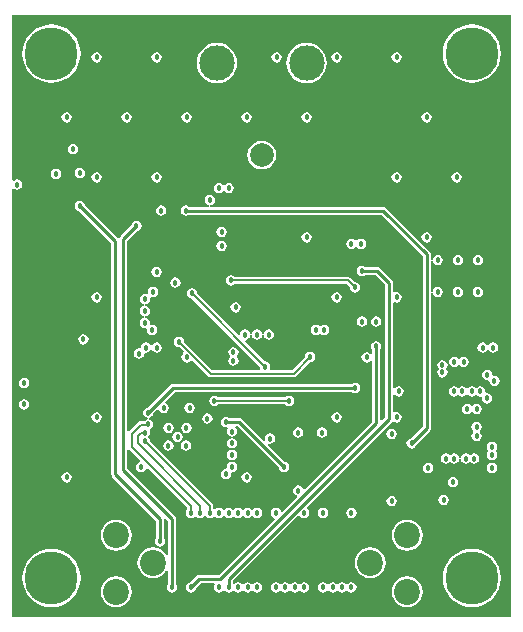
<source format=gbl>
G04*
G04 #@! TF.GenerationSoftware,Altium Limited,Altium Designer,19.1.8 (144)*
G04*
G04 Layer_Physical_Order=4*
G04 Layer_Color=16711680*
%FSLAX25Y25*%
%MOIN*%
G70*
G01*
G75*
%ADD13C,0.00787*%
%ADD14C,0.01000*%
%ADD46C,0.07874*%
%ADD47C,0.11811*%
%ADD48C,0.17717*%
%ADD49C,0.08661*%
%ADD51C,0.01800*%
%ADD52C,0.00800*%
G36*
X168110Y1969D02*
X1969D01*
Y144528D01*
X2468Y144737D01*
X2880Y144462D01*
X3543Y144330D01*
X4207Y144462D01*
X4769Y144837D01*
X5145Y145400D01*
X5277Y146063D01*
X5145Y146726D01*
X4769Y147289D01*
X4207Y147664D01*
X3543Y147796D01*
X2880Y147664D01*
X2468Y147389D01*
X1969Y147598D01*
Y202756D01*
X168110D01*
Y1969D01*
D02*
G37*
%LPC*%
G36*
X130000Y190237D02*
X129337Y190105D01*
X128774Y189730D01*
X128399Y189167D01*
X128267Y188504D01*
X128399Y187841D01*
X128774Y187278D01*
X129337Y186903D01*
X130000Y186771D01*
X130663Y186903D01*
X131226Y187278D01*
X131601Y187841D01*
X131733Y188504D01*
X131601Y189167D01*
X131226Y189730D01*
X130663Y190105D01*
X130000Y190237D01*
D02*
G37*
G36*
X110000D02*
X109337Y190105D01*
X108774Y189730D01*
X108399Y189167D01*
X108267Y188504D01*
X108399Y187841D01*
X108774Y187278D01*
X109337Y186903D01*
X110000Y186771D01*
X110663Y186903D01*
X111226Y187278D01*
X111601Y187841D01*
X111733Y188504D01*
X111601Y189167D01*
X111226Y189730D01*
X110663Y190105D01*
X110000Y190237D01*
D02*
G37*
G36*
X90000D02*
X89337Y190105D01*
X88774Y189730D01*
X88399Y189167D01*
X88267Y188504D01*
X88399Y187841D01*
X88774Y187278D01*
X89337Y186903D01*
X90000Y186771D01*
X90663Y186903D01*
X91226Y187278D01*
X91601Y187841D01*
X91733Y188504D01*
X91601Y189167D01*
X91226Y189730D01*
X90663Y190105D01*
X90000Y190237D01*
D02*
G37*
G36*
X50000D02*
X49337Y190105D01*
X48774Y189730D01*
X48399Y189167D01*
X48267Y188504D01*
X48399Y187841D01*
X48774Y187278D01*
X49337Y186903D01*
X50000Y186771D01*
X50663Y186903D01*
X51226Y187278D01*
X51601Y187841D01*
X51733Y188504D01*
X51601Y189167D01*
X51226Y189730D01*
X50663Y190105D01*
X50000Y190237D01*
D02*
G37*
G36*
X30000D02*
X29337Y190105D01*
X28774Y189730D01*
X28399Y189167D01*
X28267Y188504D01*
X28399Y187841D01*
X28774Y187278D01*
X29337Y186903D01*
X30000Y186771D01*
X30663Y186903D01*
X31226Y187278D01*
X31601Y187841D01*
X31733Y188504D01*
X31601Y189167D01*
X31226Y189730D01*
X30663Y190105D01*
X30000Y190237D01*
D02*
G37*
G36*
X155118Y199469D02*
X153225Y199282D01*
X151404Y198730D01*
X149726Y197833D01*
X148256Y196626D01*
X147049Y195156D01*
X146152Y193478D01*
X145600Y191657D01*
X145413Y189764D01*
X145600Y187870D01*
X146152Y186050D01*
X147049Y184372D01*
X148256Y182901D01*
X149726Y181694D01*
X151404Y180798D01*
X153225Y180245D01*
X155118Y180059D01*
X157011Y180245D01*
X158832Y180798D01*
X160510Y181694D01*
X161981Y182901D01*
X163188Y184372D01*
X164084Y186050D01*
X164637Y187870D01*
X164823Y189764D01*
X164637Y191657D01*
X164084Y193478D01*
X163188Y195156D01*
X161981Y196626D01*
X160510Y197833D01*
X158832Y198730D01*
X157011Y199282D01*
X155118Y199469D01*
D02*
G37*
G36*
X14961D02*
X13067Y199282D01*
X11247Y198730D01*
X9569Y197833D01*
X8098Y196626D01*
X6891Y195156D01*
X5994Y193478D01*
X5442Y191657D01*
X5256Y189764D01*
X5442Y187870D01*
X5994Y186050D01*
X6891Y184372D01*
X8098Y182901D01*
X9569Y181694D01*
X11247Y180798D01*
X13067Y180245D01*
X14961Y180059D01*
X16854Y180245D01*
X18675Y180798D01*
X20352Y181694D01*
X21823Y182901D01*
X23030Y184372D01*
X23927Y186050D01*
X24479Y187870D01*
X24666Y189764D01*
X24479Y191657D01*
X23927Y193478D01*
X23030Y195156D01*
X21823Y196626D01*
X20352Y197833D01*
X18675Y198730D01*
X16854Y199282D01*
X14961Y199469D01*
D02*
G37*
G36*
X100000Y193352D02*
X98685Y193223D01*
X97421Y192839D01*
X96257Y192217D01*
X95236Y191379D01*
X94398Y190358D01*
X93775Y189193D01*
X93392Y187929D01*
X93262Y186614D01*
X93392Y185300D01*
X93775Y184036D01*
X94398Y182871D01*
X95236Y181850D01*
X96257Y181012D01*
X97421Y180389D01*
X98685Y180006D01*
X100000Y179876D01*
X101314Y180006D01*
X102578Y180389D01*
X103743Y181012D01*
X104764Y181850D01*
X105602Y182871D01*
X106225Y184036D01*
X106608Y185300D01*
X106738Y186614D01*
X106608Y187929D01*
X106225Y189193D01*
X105602Y190358D01*
X104764Y191379D01*
X103743Y192217D01*
X102578Y192839D01*
X101314Y193223D01*
X100000Y193352D01*
D02*
G37*
G36*
X70079D02*
X68764Y193223D01*
X67500Y192839D01*
X66335Y192217D01*
X65314Y191379D01*
X64476Y190358D01*
X63854Y189193D01*
X63470Y187929D01*
X63341Y186614D01*
X63470Y185300D01*
X63854Y184036D01*
X64476Y182871D01*
X65314Y181850D01*
X66335Y181012D01*
X67500Y180389D01*
X68764Y180006D01*
X70079Y179876D01*
X71393Y180006D01*
X72657Y180389D01*
X73822Y181012D01*
X74843Y181850D01*
X75681Y182871D01*
X76304Y184036D01*
X76687Y185300D01*
X76817Y186614D01*
X76687Y187929D01*
X76304Y189193D01*
X75681Y190358D01*
X74843Y191379D01*
X73822Y192217D01*
X72657Y192839D01*
X71393Y193223D01*
X70079Y193352D01*
D02*
G37*
G36*
X140000Y170237D02*
X139337Y170105D01*
X138774Y169730D01*
X138399Y169167D01*
X138267Y168504D01*
X138399Y167841D01*
X138774Y167278D01*
X139337Y166903D01*
X140000Y166771D01*
X140663Y166903D01*
X141226Y167278D01*
X141601Y167841D01*
X141733Y168504D01*
X141601Y169167D01*
X141226Y169730D01*
X140663Y170105D01*
X140000Y170237D01*
D02*
G37*
G36*
X100000D02*
X99337Y170105D01*
X98774Y169730D01*
X98399Y169167D01*
X98267Y168504D01*
X98399Y167841D01*
X98774Y167278D01*
X99337Y166903D01*
X100000Y166771D01*
X100663Y166903D01*
X101226Y167278D01*
X101601Y167841D01*
X101733Y168504D01*
X101601Y169167D01*
X101226Y169730D01*
X100663Y170105D01*
X100000Y170237D01*
D02*
G37*
G36*
X80000D02*
X79337Y170105D01*
X78774Y169730D01*
X78399Y169167D01*
X78267Y168504D01*
X78399Y167841D01*
X78774Y167278D01*
X79337Y166903D01*
X80000Y166771D01*
X80663Y166903D01*
X81226Y167278D01*
X81601Y167841D01*
X81733Y168504D01*
X81601Y169167D01*
X81226Y169730D01*
X80663Y170105D01*
X80000Y170237D01*
D02*
G37*
G36*
X60000D02*
X59337Y170105D01*
X58774Y169730D01*
X58399Y169167D01*
X58267Y168504D01*
X58399Y167841D01*
X58774Y167278D01*
X59337Y166903D01*
X60000Y166771D01*
X60663Y166903D01*
X61226Y167278D01*
X61601Y167841D01*
X61733Y168504D01*
X61601Y169167D01*
X61226Y169730D01*
X60663Y170105D01*
X60000Y170237D01*
D02*
G37*
G36*
X40000D02*
X39337Y170105D01*
X38774Y169730D01*
X38399Y169167D01*
X38267Y168504D01*
X38399Y167841D01*
X38774Y167278D01*
X39337Y166903D01*
X40000Y166771D01*
X40663Y166903D01*
X41226Y167278D01*
X41601Y167841D01*
X41733Y168504D01*
X41601Y169167D01*
X41226Y169730D01*
X40663Y170105D01*
X40000Y170237D01*
D02*
G37*
G36*
X20000D02*
X19337Y170105D01*
X18774Y169730D01*
X18399Y169167D01*
X18267Y168504D01*
X18399Y167841D01*
X18774Y167278D01*
X19337Y166903D01*
X20000Y166771D01*
X20663Y166903D01*
X21226Y167278D01*
X21601Y167841D01*
X21733Y168504D01*
X21601Y169167D01*
X21226Y169730D01*
X20663Y170105D01*
X20000Y170237D01*
D02*
G37*
G36*
X22047Y159607D02*
X21384Y159475D01*
X20822Y159100D01*
X20446Y158537D01*
X20314Y157874D01*
X20446Y157211D01*
X20822Y156648D01*
X21384Y156273D01*
X22047Y156141D01*
X22711Y156273D01*
X23273Y156648D01*
X23649Y157211D01*
X23780Y157874D01*
X23649Y158537D01*
X23273Y159100D01*
X22711Y159475D01*
X22047Y159607D01*
D02*
G37*
G36*
X85039Y160683D02*
X83803Y160521D01*
X82650Y160043D01*
X81661Y159284D01*
X80902Y158294D01*
X80424Y157142D01*
X80261Y155905D01*
X80424Y154669D01*
X80902Y153517D01*
X81661Y152527D01*
X82650Y151768D01*
X83803Y151290D01*
X85039Y151128D01*
X86276Y151290D01*
X87428Y151768D01*
X88418Y152527D01*
X89177Y153517D01*
X89654Y154669D01*
X89817Y155905D01*
X89654Y157142D01*
X89177Y158294D01*
X88418Y159284D01*
X87428Y160043D01*
X86276Y160521D01*
X85039Y160683D01*
D02*
G37*
G36*
X24409Y151733D02*
X23746Y151601D01*
X23184Y151226D01*
X22808Y150663D01*
X22676Y150000D01*
X22808Y149337D01*
X23184Y148774D01*
X23746Y148399D01*
X24409Y148267D01*
X25073Y148399D01*
X25635Y148774D01*
X26011Y149337D01*
X26143Y150000D01*
X26011Y150663D01*
X25635Y151226D01*
X25073Y151601D01*
X24409Y151733D01*
D02*
G37*
G36*
X16535Y151340D02*
X15872Y151208D01*
X15310Y150832D01*
X14934Y150270D01*
X14802Y149606D01*
X14934Y148943D01*
X15310Y148381D01*
X15872Y148005D01*
X16535Y147873D01*
X17199Y148005D01*
X17761Y148381D01*
X18137Y148943D01*
X18269Y149606D01*
X18137Y150270D01*
X17761Y150832D01*
X17199Y151208D01*
X16535Y151340D01*
D02*
G37*
G36*
X150000Y150237D02*
X149337Y150105D01*
X148774Y149730D01*
X148399Y149167D01*
X148267Y148504D01*
X148399Y147841D01*
X148774Y147278D01*
X149337Y146903D01*
X150000Y146771D01*
X150663Y146903D01*
X151226Y147278D01*
X151601Y147841D01*
X151733Y148504D01*
X151601Y149167D01*
X151226Y149730D01*
X150663Y150105D01*
X150000Y150237D01*
D02*
G37*
G36*
X130000D02*
X129337Y150105D01*
X128774Y149730D01*
X128399Y149167D01*
X128267Y148504D01*
X128399Y147841D01*
X128774Y147278D01*
X129337Y146903D01*
X130000Y146771D01*
X130663Y146903D01*
X131226Y147278D01*
X131601Y147841D01*
X131733Y148504D01*
X131601Y149167D01*
X131226Y149730D01*
X130663Y150105D01*
X130000Y150237D01*
D02*
G37*
G36*
X50000D02*
X49337Y150105D01*
X48774Y149730D01*
X48399Y149167D01*
X48267Y148504D01*
X48399Y147841D01*
X48774Y147278D01*
X49337Y146903D01*
X50000Y146771D01*
X50663Y146903D01*
X51226Y147278D01*
X51601Y147841D01*
X51733Y148504D01*
X51601Y149167D01*
X51226Y149730D01*
X50663Y150105D01*
X50000Y150237D01*
D02*
G37*
G36*
X30000D02*
X29337Y150105D01*
X28774Y149730D01*
X28399Y149167D01*
X28267Y148504D01*
X28399Y147841D01*
X28774Y147278D01*
X29337Y146903D01*
X30000Y146771D01*
X30663Y146903D01*
X31226Y147278D01*
X31601Y147841D01*
X31733Y148504D01*
X31601Y149167D01*
X31226Y149730D01*
X30663Y150105D01*
X30000Y150237D01*
D02*
G37*
G36*
X74016Y146615D02*
X73352Y146483D01*
X72790Y146107D01*
X72691Y145959D01*
X72191D01*
X72092Y146107D01*
X71529Y146483D01*
X70866Y146615D01*
X70203Y146483D01*
X69640Y146107D01*
X69265Y145545D01*
X69133Y144882D01*
X69265Y144219D01*
X69640Y143656D01*
X70203Y143280D01*
X70866Y143149D01*
X71529Y143280D01*
X72092Y143656D01*
X72191Y143805D01*
X72691D01*
X72790Y143656D01*
X73352Y143280D01*
X74016Y143149D01*
X74679Y143280D01*
X75241Y143656D01*
X75617Y144219D01*
X75749Y144882D01*
X75617Y145545D01*
X75241Y146107D01*
X74679Y146483D01*
X74016Y146615D01*
D02*
G37*
G36*
X67716Y142678D02*
X67053Y142546D01*
X66491Y142171D01*
X66115Y141608D01*
X65983Y140945D01*
X66115Y140282D01*
X66491Y139719D01*
X67053Y139344D01*
X67639Y139227D01*
X67589Y138727D01*
X60919D01*
X60506Y139003D01*
X59842Y139135D01*
X59179Y139003D01*
X58617Y138627D01*
X58241Y138065D01*
X58109Y137402D01*
X58241Y136738D01*
X58617Y136176D01*
X59179Y135800D01*
X59842Y135668D01*
X60506Y135800D01*
X60919Y136076D01*
X125041D01*
X138832Y122286D01*
Y65510D01*
X134863Y61541D01*
X134376Y61444D01*
X133814Y61068D01*
X133438Y60506D01*
X133306Y59842D01*
X133438Y59179D01*
X133814Y58617D01*
X134376Y58241D01*
X135039Y58109D01*
X135703Y58241D01*
X136265Y58617D01*
X136641Y59179D01*
X136738Y59666D01*
X141095Y64023D01*
X141382Y64453D01*
X141483Y64961D01*
Y110109D01*
X141983Y110159D01*
X142099Y109573D01*
X142475Y109011D01*
X143037Y108635D01*
X143701Y108503D01*
X144364Y108635D01*
X144926Y109011D01*
X145302Y109573D01*
X145434Y110236D01*
X145302Y110899D01*
X144926Y111462D01*
X144364Y111838D01*
X143701Y111969D01*
X143037Y111838D01*
X142475Y111462D01*
X142099Y110899D01*
X141983Y110314D01*
X141483Y110363D01*
Y120739D01*
X141983Y120788D01*
X142099Y120203D01*
X142475Y119641D01*
X143037Y119265D01*
X143701Y119133D01*
X144364Y119265D01*
X144926Y119641D01*
X145302Y120203D01*
X145434Y120866D01*
X145302Y121529D01*
X144926Y122092D01*
X144364Y122468D01*
X143701Y122599D01*
X143037Y122468D01*
X142475Y122092D01*
X142099Y121529D01*
X141983Y120944D01*
X141483Y120993D01*
Y122835D01*
X141382Y123342D01*
X141095Y123772D01*
X126528Y138339D01*
X126098Y138626D01*
X125591Y138727D01*
X67844D01*
X67794Y139227D01*
X68380Y139344D01*
X68942Y139719D01*
X69318Y140282D01*
X69450Y140945D01*
X69318Y141608D01*
X68942Y142171D01*
X68380Y142546D01*
X67716Y142678D01*
D02*
G37*
G36*
X51575Y139135D02*
X50911Y139003D01*
X50349Y138627D01*
X49973Y138065D01*
X49841Y137402D01*
X49973Y136738D01*
X50349Y136176D01*
X50911Y135800D01*
X51575Y135668D01*
X52238Y135800D01*
X52800Y136176D01*
X53176Y136738D01*
X53308Y137402D01*
X53176Y138065D01*
X52800Y138627D01*
X52238Y139003D01*
X51575Y139135D01*
D02*
G37*
G36*
X71653Y132048D02*
X70990Y131916D01*
X70428Y131541D01*
X70052Y130978D01*
X69920Y130315D01*
X70052Y129652D01*
X70428Y129089D01*
X70990Y128714D01*
X71653Y128582D01*
X72317Y128714D01*
X72879Y129089D01*
X73255Y129652D01*
X73387Y130315D01*
X73255Y130978D01*
X72879Y131541D01*
X72317Y131916D01*
X71653Y132048D01*
D02*
G37*
G36*
X118110Y128111D02*
X117447Y127979D01*
X116885Y127604D01*
X116785Y127455D01*
X116285D01*
X116186Y127604D01*
X115624Y127979D01*
X114961Y128111D01*
X114297Y127979D01*
X113735Y127604D01*
X113359Y127041D01*
X113227Y126378D01*
X113359Y125715D01*
X113735Y125152D01*
X114297Y124777D01*
X114961Y124645D01*
X115624Y124777D01*
X116186Y125152D01*
X116285Y125301D01*
X116785D01*
X116885Y125152D01*
X117447Y124777D01*
X118110Y124645D01*
X118774Y124777D01*
X119336Y125152D01*
X119712Y125715D01*
X119843Y126378D01*
X119712Y127041D01*
X119336Y127604D01*
X118774Y127979D01*
X118110Y128111D01*
D02*
G37*
G36*
X140000Y130237D02*
X139337Y130105D01*
X138774Y129730D01*
X138399Y129167D01*
X138267Y128504D01*
X138399Y127841D01*
X138774Y127278D01*
X139337Y126903D01*
X140000Y126771D01*
X140663Y126903D01*
X141226Y127278D01*
X141601Y127841D01*
X141733Y128504D01*
X141601Y129167D01*
X141226Y129730D01*
X140663Y130105D01*
X140000Y130237D01*
D02*
G37*
G36*
X100000D02*
X99337Y130105D01*
X98774Y129730D01*
X98399Y129167D01*
X98267Y128504D01*
X98399Y127841D01*
X98774Y127278D01*
X99337Y126903D01*
X100000Y126771D01*
X100663Y126903D01*
X101226Y127278D01*
X101601Y127841D01*
X101733Y128504D01*
X101601Y129167D01*
X101226Y129730D01*
X100663Y130105D01*
X100000Y130237D01*
D02*
G37*
G36*
X71653Y127324D02*
X70990Y127192D01*
X70428Y126816D01*
X70052Y126254D01*
X69920Y125591D01*
X70052Y124927D01*
X70428Y124365D01*
X70990Y123989D01*
X71653Y123857D01*
X72317Y123989D01*
X72879Y124365D01*
X73255Y124927D01*
X73387Y125591D01*
X73255Y126254D01*
X72879Y126816D01*
X72317Y127192D01*
X71653Y127324D01*
D02*
G37*
G36*
X157087Y122599D02*
X156423Y122468D01*
X155861Y122092D01*
X155485Y121529D01*
X155353Y120866D01*
X155485Y120203D01*
X155861Y119641D01*
X156423Y119265D01*
X157087Y119133D01*
X157750Y119265D01*
X158312Y119641D01*
X158688Y120203D01*
X158820Y120866D01*
X158688Y121529D01*
X158312Y122092D01*
X157750Y122468D01*
X157087Y122599D01*
D02*
G37*
G36*
X150394D02*
X149730Y122468D01*
X149168Y122092D01*
X148792Y121529D01*
X148660Y120866D01*
X148792Y120203D01*
X149168Y119641D01*
X149730Y119265D01*
X150394Y119133D01*
X151057Y119265D01*
X151619Y119641D01*
X151995Y120203D01*
X152127Y120866D01*
X151995Y121529D01*
X151619Y122092D01*
X151057Y122468D01*
X150394Y122599D01*
D02*
G37*
G36*
X50000Y118662D02*
X49337Y118530D01*
X48774Y118155D01*
X48399Y117592D01*
X48267Y116929D01*
X48399Y116266D01*
X48774Y115703D01*
X49337Y115328D01*
X50000Y115196D01*
X50663Y115328D01*
X51226Y115703D01*
X51601Y116266D01*
X51733Y116929D01*
X51601Y117592D01*
X51226Y118155D01*
X50663Y118530D01*
X50000Y118662D01*
D02*
G37*
G36*
X56299Y115119D02*
X55636Y114987D01*
X55074Y114611D01*
X54698Y114049D01*
X54566Y113386D01*
X54698Y112723D01*
X55074Y112160D01*
X55636Y111785D01*
X56299Y111653D01*
X56963Y111785D01*
X57525Y112160D01*
X57901Y112723D01*
X58033Y113386D01*
X57901Y114049D01*
X57525Y114611D01*
X56963Y114987D01*
X56299Y115119D01*
D02*
G37*
G36*
X74803Y115907D02*
X74140Y115775D01*
X73577Y115399D01*
X73202Y114837D01*
X73070Y114173D01*
X73202Y113510D01*
X73577Y112948D01*
X74140Y112572D01*
X74803Y112440D01*
X75467Y112572D01*
X76029Y112948D01*
X76034Y112956D01*
X113275D01*
X114410Y111821D01*
X114408Y111811D01*
X114540Y111148D01*
X114916Y110585D01*
X115478Y110210D01*
X116142Y110078D01*
X116805Y110210D01*
X117367Y110585D01*
X117743Y111148D01*
X117875Y111811D01*
X117743Y112474D01*
X117367Y113037D01*
X116805Y113412D01*
X116142Y113544D01*
X116132Y113542D01*
X114640Y115034D01*
X114245Y115298D01*
X113779Y115390D01*
X76034D01*
X76029Y115399D01*
X75467Y115775D01*
X74803Y115907D01*
D02*
G37*
G36*
X48819Y111969D02*
X48156Y111838D01*
X47593Y111462D01*
X47218Y110899D01*
X47086Y110236D01*
X47177Y109775D01*
X46728Y109474D01*
X46726Y109475D01*
X46063Y109607D01*
X45400Y109475D01*
X44837Y109100D01*
X44462Y108537D01*
X44330Y107874D01*
X44462Y107211D01*
X44837Y106648D01*
X45400Y106273D01*
X45964Y106160D01*
Y105651D01*
X45400Y105538D01*
X44837Y105163D01*
X44462Y104600D01*
X44330Y103937D01*
X44462Y103274D01*
X44837Y102711D01*
X45400Y102336D01*
X45964Y102223D01*
Y101714D01*
X45400Y101601D01*
X44837Y101226D01*
X44462Y100663D01*
X44330Y100000D01*
X44462Y99337D01*
X44837Y98774D01*
X45400Y98399D01*
X46063Y98267D01*
X46317Y98317D01*
X46742Y97892D01*
X46692Y97638D01*
X46824Y96974D01*
X47200Y96412D01*
X47762Y96036D01*
X48425Y95904D01*
X49088Y96036D01*
X49651Y96412D01*
X50027Y96974D01*
X50159Y97638D01*
X50027Y98301D01*
X49651Y98863D01*
X49088Y99239D01*
X48425Y99371D01*
X48171Y99321D01*
X47746Y99746D01*
X47796Y100000D01*
X47664Y100663D01*
X47289Y101226D01*
X46726Y101601D01*
X46162Y101714D01*
Y102223D01*
X46726Y102336D01*
X47289Y102711D01*
X47664Y103274D01*
X47796Y103937D01*
X47664Y104600D01*
X47289Y105163D01*
X46726Y105538D01*
X46162Y105651D01*
Y106160D01*
X46726Y106273D01*
X47289Y106648D01*
X47664Y107211D01*
X47796Y107874D01*
X47705Y108335D01*
X48154Y108636D01*
X48156Y108635D01*
X48819Y108503D01*
X49482Y108635D01*
X50045Y109011D01*
X50420Y109573D01*
X50552Y110236D01*
X50420Y110899D01*
X50045Y111462D01*
X49482Y111838D01*
X48819Y111969D01*
D02*
G37*
G36*
X157087D02*
X156423Y111838D01*
X155861Y111462D01*
X155485Y110899D01*
X155353Y110236D01*
X155485Y109573D01*
X155861Y109011D01*
X156423Y108635D01*
X157087Y108503D01*
X157750Y108635D01*
X158312Y109011D01*
X158688Y109573D01*
X158820Y110236D01*
X158688Y110899D01*
X158312Y111462D01*
X157750Y111838D01*
X157087Y111969D01*
D02*
G37*
G36*
X150394D02*
X149730Y111838D01*
X149168Y111462D01*
X148792Y110899D01*
X148660Y110236D01*
X148792Y109573D01*
X149168Y109011D01*
X149730Y108635D01*
X150394Y108503D01*
X151057Y108635D01*
X151619Y109011D01*
X151995Y109573D01*
X152127Y110236D01*
X151995Y110899D01*
X151619Y111462D01*
X151057Y111838D01*
X150394Y111969D01*
D02*
G37*
G36*
X118504Y119056D02*
X117841Y118924D01*
X117278Y118549D01*
X116903Y117986D01*
X116771Y117323D01*
X116903Y116659D01*
X117278Y116097D01*
X117841Y115721D01*
X118504Y115589D01*
X119167Y115721D01*
X119580Y115997D01*
X123073D01*
X126234Y112837D01*
Y68659D01*
X125016Y67441D01*
X124554Y67633D01*
Y91050D01*
X124830Y91463D01*
X124962Y92126D01*
X124830Y92789D01*
X124454Y93352D01*
X123892Y93727D01*
X123228Y93859D01*
X122565Y93727D01*
X122003Y93352D01*
X121627Y92789D01*
X121495Y92126D01*
X121627Y91463D01*
X121903Y91050D01*
Y89616D01*
X121403Y89464D01*
X121226Y89730D01*
X120663Y90105D01*
X120000Y90237D01*
X119337Y90105D01*
X118774Y89730D01*
X118399Y89167D01*
X118267Y88504D01*
X118399Y87841D01*
X118774Y87278D01*
X119337Y86903D01*
X120000Y86771D01*
X120663Y86903D01*
X121226Y87278D01*
X121403Y87544D01*
X121903Y87392D01*
Y67084D01*
X99342Y44523D01*
X98863Y44668D01*
X98845Y44758D01*
X98470Y45320D01*
X97907Y45696D01*
X97244Y45828D01*
X96581Y45696D01*
X96018Y45320D01*
X95643Y44758D01*
X95511Y44094D01*
X95643Y43431D01*
X96018Y42869D01*
X96581Y42493D01*
X96670Y42475D01*
X96815Y41997D01*
X91861Y37043D01*
X91383Y37188D01*
X91365Y37277D01*
X90989Y37840D01*
X90427Y38216D01*
X89764Y38348D01*
X89100Y38216D01*
X88538Y37840D01*
X88162Y37277D01*
X88030Y36614D01*
X88162Y35951D01*
X88538Y35388D01*
X89100Y35013D01*
X89190Y34995D01*
X89335Y34517D01*
X70711Y15892D01*
X64173D01*
X63666Y15791D01*
X63236Y15504D01*
X61241Y13509D01*
X60754Y13412D01*
X60192Y13037D01*
X59816Y12474D01*
X59684Y11811D01*
X59816Y11148D01*
X60192Y10585D01*
X60754Y10210D01*
X61417Y10078D01*
X62081Y10210D01*
X62643Y10585D01*
X63019Y11148D01*
X63116Y11635D01*
X64722Y13241D01*
X69176D01*
X69443Y12742D01*
X69265Y12474D01*
X69133Y11811D01*
X69265Y11148D01*
X69640Y10585D01*
X70203Y10210D01*
X70866Y10078D01*
X71529Y10210D01*
X72092Y10585D01*
X72191Y10734D01*
X72691D01*
X72790Y10585D01*
X73352Y10210D01*
X74016Y10078D01*
X74679Y10210D01*
X75241Y10585D01*
X75340Y10734D01*
X75841D01*
X75940Y10585D01*
X76502Y10210D01*
X77165Y10078D01*
X77829Y10210D01*
X78391Y10585D01*
X78490Y10734D01*
X78990D01*
X79089Y10585D01*
X79652Y10210D01*
X80315Y10078D01*
X80978Y10210D01*
X81541Y10585D01*
X81640Y10734D01*
X82140D01*
X82239Y10585D01*
X82801Y10210D01*
X83465Y10078D01*
X84128Y10210D01*
X84690Y10585D01*
X85066Y11148D01*
X85198Y11811D01*
X85066Y12474D01*
X84690Y13037D01*
X84128Y13412D01*
X83465Y13544D01*
X82801Y13412D01*
X82239Y13037D01*
X82140Y12888D01*
X81640D01*
X81541Y13037D01*
X80978Y13412D01*
X80315Y13544D01*
X79652Y13412D01*
X79089Y13037D01*
X78990Y12888D01*
X78490D01*
X78391Y13037D01*
X77829Y13412D01*
X77165Y13544D01*
X76502Y13412D01*
X75940Y13037D01*
X75841Y12889D01*
X75341Y13041D01*
Y14018D01*
X97162Y35839D01*
X97759Y35729D01*
X97987Y35388D01*
X98549Y35013D01*
X99213Y34881D01*
X99876Y35013D01*
X100438Y35388D01*
X100814Y35951D01*
X100946Y36614D01*
X100814Y37277D01*
X100438Y37840D01*
X100098Y38067D01*
X99988Y38664D01*
X128345Y67021D01*
X128579Y67162D01*
X129046Y67097D01*
X129337Y66903D01*
X130000Y66771D01*
X130663Y66903D01*
X131226Y67278D01*
X131601Y67841D01*
X131733Y68504D01*
X131601Y69167D01*
X131226Y69730D01*
X130663Y70105D01*
X130000Y70237D01*
X129385Y70115D01*
X129251Y70138D01*
X128884Y70333D01*
Y75936D01*
X129385Y76087D01*
X129483Y75940D01*
X130045Y75564D01*
X130709Y75432D01*
X131372Y75564D01*
X131934Y75940D01*
X132310Y76502D01*
X132442Y77165D01*
X132310Y77829D01*
X131934Y78391D01*
X131372Y78767D01*
X130709Y78899D01*
X130045Y78767D01*
X129483Y78391D01*
X129385Y78244D01*
X128884Y78395D01*
Y106674D01*
X129251Y106870D01*
X129385Y106893D01*
X130000Y106771D01*
X130663Y106903D01*
X131226Y107278D01*
X131601Y107841D01*
X131733Y108504D01*
X131601Y109167D01*
X131226Y109730D01*
X130663Y110105D01*
X130000Y110237D01*
X129385Y110115D01*
X129251Y110137D01*
X128884Y110334D01*
Y113386D01*
X128784Y113893D01*
X128496Y114323D01*
X124559Y118260D01*
X124129Y118547D01*
X123622Y118648D01*
X119580D01*
X119167Y118924D01*
X118504Y119056D01*
D02*
G37*
G36*
X110000Y110237D02*
X109337Y110105D01*
X108774Y109730D01*
X108399Y109167D01*
X108267Y108504D01*
X108399Y107841D01*
X108774Y107278D01*
X109337Y106903D01*
X110000Y106771D01*
X110663Y106903D01*
X111226Y107278D01*
X111601Y107841D01*
X111733Y108504D01*
X111601Y109167D01*
X111226Y109730D01*
X110663Y110105D01*
X110000Y110237D01*
D02*
G37*
G36*
X30000D02*
X29337Y110105D01*
X28774Y109730D01*
X28399Y109167D01*
X28267Y108504D01*
X28399Y107841D01*
X28774Y107278D01*
X29337Y106903D01*
X30000Y106771D01*
X30663Y106903D01*
X31226Y107278D01*
X31601Y107841D01*
X31733Y108504D01*
X31601Y109167D01*
X31226Y109730D01*
X30663Y110105D01*
X30000Y110237D01*
D02*
G37*
G36*
X76378Y106851D02*
X75715Y106720D01*
X75152Y106344D01*
X74777Y105781D01*
X74645Y105118D01*
X74777Y104455D01*
X75152Y103893D01*
X75715Y103517D01*
X76378Y103385D01*
X77041Y103517D01*
X77604Y103893D01*
X77979Y104455D01*
X78111Y105118D01*
X77979Y105781D01*
X77604Y106344D01*
X77041Y106720D01*
X76378Y106851D01*
D02*
G37*
G36*
X105905Y99371D02*
X105242Y99239D01*
X104680Y98863D01*
X104375D01*
X103813Y99239D01*
X103150Y99371D01*
X102486Y99239D01*
X101924Y98863D01*
X101548Y98301D01*
X101416Y97638D01*
X101548Y96974D01*
X101924Y96412D01*
X102486Y96036D01*
X103150Y95904D01*
X103813Y96036D01*
X104375Y96412D01*
X104680D01*
X105242Y96036D01*
X105905Y95904D01*
X106569Y96036D01*
X107131Y96412D01*
X107507Y96974D01*
X107639Y97638D01*
X107507Y98301D01*
X107131Y98863D01*
X106569Y99239D01*
X105905Y99371D01*
D02*
G37*
G36*
X123228Y102127D02*
X122565Y101995D01*
X122003Y101619D01*
X121627Y101057D01*
X121495Y100394D01*
X121627Y99730D01*
X122003Y99168D01*
X122565Y98792D01*
X123228Y98660D01*
X123892Y98792D01*
X124454Y99168D01*
X124830Y99730D01*
X124962Y100394D01*
X124830Y101057D01*
X124454Y101619D01*
X123892Y101995D01*
X123228Y102127D01*
D02*
G37*
G36*
X118504D02*
X117841Y101995D01*
X117278Y101619D01*
X116903Y101057D01*
X116771Y100394D01*
X116903Y99730D01*
X117278Y99168D01*
X117841Y98792D01*
X118504Y98660D01*
X119167Y98792D01*
X119730Y99168D01*
X120105Y99730D01*
X120237Y100394D01*
X120105Y101057D01*
X119730Y101619D01*
X119167Y101995D01*
X118504Y102127D01*
D02*
G37*
G36*
X61811Y111576D02*
X61148Y111444D01*
X60585Y111068D01*
X60210Y110506D01*
X60078Y109843D01*
X60210Y109179D01*
X60585Y108617D01*
X61148Y108241D01*
X61811Y108109D01*
X61821Y108111D01*
X84489Y85443D01*
X84487Y85433D01*
X84615Y84788D01*
X84626Y84699D01*
X84359Y84288D01*
X68614D01*
X59212Y93691D01*
X59214Y93701D01*
X59082Y94364D01*
X58706Y94926D01*
X58144Y95302D01*
X57480Y95434D01*
X56817Y95302D01*
X56255Y94926D01*
X55879Y94364D01*
X55747Y93701D01*
X55879Y93037D01*
X56255Y92475D01*
X56817Y92099D01*
X57480Y91967D01*
X57490Y91970D01*
X58987Y90473D01*
X58924Y89829D01*
X58774Y89730D01*
X58399Y89167D01*
X58267Y88504D01*
X58399Y87841D01*
X58774Y87278D01*
X59337Y86903D01*
X60000Y86771D01*
X60663Y86903D01*
X61226Y87278D01*
X61325Y87428D01*
X61969Y87491D01*
X67250Y82210D01*
X67645Y81946D01*
X68110Y81854D01*
X95669D01*
X96135Y81946D01*
X96530Y82210D01*
X101171Y86851D01*
X101181Y86849D01*
X101844Y86981D01*
X102407Y87357D01*
X102782Y87919D01*
X102914Y88583D01*
X102782Y89246D01*
X102407Y89808D01*
X101844Y90184D01*
X101181Y90316D01*
X100518Y90184D01*
X99955Y89808D01*
X99580Y89246D01*
X99448Y88583D01*
X99450Y88573D01*
X95165Y84288D01*
X88082D01*
X87815Y84699D01*
X87826Y84788D01*
X87954Y85433D01*
X87822Y86096D01*
X87446Y86659D01*
X86884Y87034D01*
X86221Y87166D01*
X86210Y87164D01*
X79513Y93862D01*
X79715Y94367D01*
X80191Y94462D01*
X80753Y94837D01*
X81129Y95400D01*
X81241Y95964D01*
X81751D01*
X81863Y95400D01*
X82239Y94837D01*
X82801Y94462D01*
X83465Y94330D01*
X84128Y94462D01*
X84690Y94837D01*
X85066Y95400D01*
X85178Y95964D01*
X85688D01*
X85800Y95400D01*
X86176Y94837D01*
X86738Y94462D01*
X87402Y94330D01*
X88065Y94462D01*
X88627Y94837D01*
X89003Y95400D01*
X89135Y96063D01*
X89003Y96726D01*
X88627Y97289D01*
X88065Y97664D01*
X87402Y97796D01*
X86738Y97664D01*
X86176Y97289D01*
X85800Y96726D01*
X85688Y96162D01*
X85178D01*
X85066Y96726D01*
X84690Y97289D01*
X84128Y97664D01*
X83465Y97796D01*
X82801Y97664D01*
X82239Y97289D01*
X81863Y96726D01*
X81751Y96162D01*
X81241D01*
X81129Y96726D01*
X80753Y97289D01*
X80191Y97664D01*
X79528Y97796D01*
X78864Y97664D01*
X78302Y97289D01*
X77926Y96726D01*
X77832Y96250D01*
X77326Y96049D01*
X63542Y109832D01*
X63544Y109843D01*
X63412Y110506D01*
X63037Y111068D01*
X62474Y111444D01*
X61811Y111576D01*
D02*
G37*
G36*
X25591Y96222D02*
X24927Y96090D01*
X24365Y95714D01*
X23989Y95152D01*
X23857Y94488D01*
X23989Y93825D01*
X24365Y93263D01*
X24927Y92887D01*
X25591Y92755D01*
X26254Y92887D01*
X26816Y93263D01*
X27192Y93825D01*
X27324Y94488D01*
X27192Y95152D01*
X26816Y95714D01*
X26254Y96090D01*
X25591Y96222D01*
D02*
G37*
G36*
X50000Y93466D02*
X49337Y93334D01*
X48774Y92958D01*
X48506Y92557D01*
X48477Y92546D01*
X47980D01*
X47951Y92557D01*
X47682Y92958D01*
X47120Y93334D01*
X46457Y93466D01*
X45793Y93334D01*
X45231Y92958D01*
X44855Y92396D01*
X44723Y91732D01*
X44267Y91463D01*
X44094Y91497D01*
X43431Y91365D01*
X42869Y90989D01*
X42493Y90427D01*
X42361Y89764D01*
X42493Y89100D01*
X42869Y88538D01*
X43431Y88162D01*
X44094Y88030D01*
X44758Y88162D01*
X45320Y88538D01*
X45696Y89100D01*
X45828Y89764D01*
X46284Y90033D01*
X46457Y89999D01*
X47120Y90131D01*
X47682Y90507D01*
X47951Y90908D01*
X47980Y90919D01*
X48477D01*
X48506Y90908D01*
X48774Y90507D01*
X49337Y90131D01*
X50000Y89999D01*
X50663Y90131D01*
X51226Y90507D01*
X51601Y91069D01*
X51733Y91732D01*
X51601Y92396D01*
X51226Y92958D01*
X50663Y93334D01*
X50000Y93466D01*
D02*
G37*
G36*
X162205Y93466D02*
X161541Y93334D01*
X160979Y92958D01*
X160711Y92556D01*
X160682Y92546D01*
X160185D01*
X160155Y92556D01*
X159887Y92958D01*
X159325Y93334D01*
X158661Y93466D01*
X157998Y93334D01*
X157436Y92958D01*
X157060Y92396D01*
X156928Y91732D01*
X157060Y91069D01*
X157436Y90507D01*
X157998Y90131D01*
X158661Y89999D01*
X159325Y90131D01*
X159887Y90507D01*
X160155Y90908D01*
X160185Y90919D01*
X160682D01*
X160711Y90908D01*
X160979Y90507D01*
X161541Y90131D01*
X162205Y89999D01*
X162868Y90131D01*
X163430Y90507D01*
X163806Y91069D01*
X163938Y91732D01*
X163806Y92396D01*
X163430Y92958D01*
X162868Y93334D01*
X162205Y93466D01*
D02*
G37*
G36*
X152362Y88741D02*
X151699Y88609D01*
X151137Y88234D01*
X151037Y88085D01*
X150537D01*
X150438Y88234D01*
X149876Y88609D01*
X149213Y88741D01*
X148549Y88609D01*
X147987Y88234D01*
X147611Y87671D01*
X147479Y87008D01*
X147611Y86345D01*
X147987Y85782D01*
X148549Y85407D01*
X149213Y85275D01*
X149876Y85407D01*
X150438Y85782D01*
X150537Y85931D01*
X151037D01*
X151137Y85782D01*
X151699Y85407D01*
X152362Y85275D01*
X153025Y85407D01*
X153588Y85782D01*
X153964Y86345D01*
X154095Y87008D01*
X153964Y87671D01*
X153588Y88234D01*
X153025Y88609D01*
X152362Y88741D01*
D02*
G37*
G36*
X75590Y91891D02*
X74927Y91759D01*
X74365Y91383D01*
X73989Y90821D01*
X73857Y90158D01*
X73989Y89494D01*
X74365Y88932D01*
Y88627D01*
X73989Y88065D01*
X73857Y87402D01*
X73989Y86738D01*
X74365Y86176D01*
X74927Y85800D01*
X75590Y85668D01*
X76254Y85800D01*
X76816Y86176D01*
X77192Y86738D01*
X77324Y87402D01*
X77192Y88065D01*
X76816Y88627D01*
Y88932D01*
X77192Y89494D01*
X77324Y90158D01*
X77192Y90821D01*
X76816Y91383D01*
X76254Y91759D01*
X75590Y91891D01*
D02*
G37*
G36*
X145276Y87560D02*
X144612Y87428D01*
X144050Y87052D01*
X143674Y86490D01*
X143542Y85827D01*
X143674Y85163D01*
X144020Y84646D01*
X143674Y84128D01*
X143542Y83465D01*
X143674Y82801D01*
X144050Y82239D01*
X144612Y81863D01*
X145276Y81731D01*
X145939Y81863D01*
X146501Y82239D01*
X146877Y82801D01*
X147009Y83465D01*
X146877Y84128D01*
X146531Y84646D01*
X146877Y85163D01*
X147009Y85827D01*
X146877Y86490D01*
X146501Y87052D01*
X145939Y87428D01*
X145276Y87560D01*
D02*
G37*
G36*
X160236Y84411D02*
X159573Y84279D01*
X159011Y83903D01*
X158635Y83341D01*
X158503Y82677D01*
X158635Y82014D01*
X159011Y81451D01*
X159573Y81076D01*
X160236Y80944D01*
X160409Y80978D01*
X160865Y80709D01*
X160997Y80045D01*
X161373Y79483D01*
X161935Y79107D01*
X162598Y78975D01*
X163262Y79107D01*
X163824Y79483D01*
X164200Y80045D01*
X164332Y80709D01*
X164200Y81372D01*
X163824Y81934D01*
X163262Y82310D01*
X162598Y82442D01*
X162426Y82408D01*
X161969Y82677D01*
X161838Y83341D01*
X161462Y83903D01*
X160899Y84279D01*
X160236Y84411D01*
D02*
G37*
G36*
X157874Y78899D02*
X157211Y78767D01*
X156648Y78391D01*
X156344D01*
X155781Y78767D01*
X155118Y78899D01*
X154455Y78767D01*
X153893Y78391D01*
X153793Y78243D01*
X153293D01*
X153194Y78391D01*
X152632Y78767D01*
X151969Y78899D01*
X151305Y78767D01*
X150743Y78391D01*
X150438D01*
X149876Y78767D01*
X149213Y78899D01*
X148549Y78767D01*
X147987Y78391D01*
X147611Y77829D01*
X147479Y77165D01*
X147611Y76502D01*
X147987Y75940D01*
X148549Y75564D01*
X149213Y75432D01*
X149876Y75564D01*
X150438Y75940D01*
X150743D01*
X151305Y75564D01*
X151969Y75432D01*
X152632Y75564D01*
X153194Y75940D01*
X153293Y76088D01*
X153793D01*
X153893Y75940D01*
X154455Y75564D01*
X155118Y75432D01*
X155781Y75564D01*
X156344Y75940D01*
X156648D01*
X157211Y75564D01*
X157874Y75432D01*
X158128Y75483D01*
X158554Y75057D01*
X158503Y74803D01*
X158635Y74140D01*
X159011Y73577D01*
X159573Y73202D01*
X160236Y73070D01*
X160899Y73202D01*
X161462Y73577D01*
X161838Y74140D01*
X161969Y74803D01*
X161838Y75467D01*
X161462Y76029D01*
X160899Y76405D01*
X160236Y76537D01*
X159982Y76486D01*
X159557Y76911D01*
X159607Y77165D01*
X159475Y77829D01*
X159100Y78391D01*
X158537Y78767D01*
X157874Y78899D01*
D02*
G37*
G36*
X5906Y81655D02*
X5242Y81523D01*
X4680Y81147D01*
X4304Y80585D01*
X4172Y79921D01*
X4304Y79258D01*
X4680Y78696D01*
X5242Y78320D01*
X5906Y78188D01*
X6569Y78320D01*
X7131Y78696D01*
X7507Y79258D01*
X7639Y79921D01*
X7507Y80585D01*
X7131Y81147D01*
X6569Y81523D01*
X5906Y81655D01*
D02*
G37*
G36*
X24409Y140710D02*
X23746Y140578D01*
X23184Y140202D01*
X22808Y139640D01*
X22676Y138976D01*
X22808Y138313D01*
X23184Y137751D01*
X23746Y137375D01*
X24233Y137278D01*
X34895Y126616D01*
Y49606D01*
X34996Y49099D01*
X35283Y48669D01*
X49856Y34097D01*
Y28242D01*
X49580Y27829D01*
X49448Y27165D01*
X49580Y26502D01*
X49955Y25940D01*
X50518Y25564D01*
X51181Y25432D01*
X51844Y25564D01*
X52407Y25940D01*
X52782Y26502D01*
X52914Y27165D01*
X52782Y27829D01*
X52507Y28242D01*
Y34646D01*
X52499Y34683D01*
X52960Y34929D01*
X53793Y34097D01*
Y22778D01*
X53329Y22672D01*
X53293Y22677D01*
X52478Y23738D01*
X51406Y24560D01*
X50158Y25077D01*
X48819Y25254D01*
X47480Y25077D01*
X46231Y24560D01*
X45160Y23738D01*
X44337Y22666D01*
X43820Y21418D01*
X43644Y20079D01*
X43820Y18739D01*
X44337Y17491D01*
X45160Y16420D01*
X46231Y15597D01*
X47480Y15080D01*
X48819Y14904D01*
X50158Y15080D01*
X51406Y15597D01*
X52478Y16420D01*
X53293Y17481D01*
X53329Y17485D01*
X53793Y17380D01*
Y12887D01*
X53517Y12474D01*
X53385Y11811D01*
X53517Y11148D01*
X53892Y10585D01*
X54455Y10210D01*
X55118Y10078D01*
X55781Y10210D01*
X56344Y10585D01*
X56719Y11148D01*
X56851Y11811D01*
X56719Y12474D01*
X56444Y12887D01*
Y34646D01*
X56343Y35153D01*
X56055Y35583D01*
X40302Y51336D01*
Y57742D01*
X40802Y57894D01*
X40867Y57796D01*
X44523Y54140D01*
X44359Y53598D01*
X44219Y53570D01*
X43656Y53194D01*
X43281Y52632D01*
X43149Y51968D01*
X43281Y51305D01*
X43656Y50743D01*
X44219Y50367D01*
X44882Y50235D01*
X45545Y50367D01*
X46108Y50743D01*
X46483Y51305D01*
X46511Y51445D01*
X47054Y51610D01*
X60194Y38470D01*
Y37841D01*
X60192Y37840D01*
X59816Y37277D01*
X59684Y36614D01*
X59816Y35951D01*
X60192Y35388D01*
X60754Y35013D01*
X61417Y34881D01*
X62081Y35013D01*
X62643Y35388D01*
X62742Y35537D01*
X63242D01*
X63341Y35388D01*
X63904Y35013D01*
X64567Y34881D01*
X65230Y35013D01*
X65793Y35388D01*
X65892Y35537D01*
X66392D01*
X66491Y35388D01*
X67053Y35013D01*
X67716Y34881D01*
X68380Y35013D01*
X68942Y35388D01*
X69041Y35537D01*
X69541D01*
X69640Y35388D01*
X70203Y35013D01*
X70866Y34881D01*
X71529Y35013D01*
X72092Y35388D01*
X72191Y35537D01*
X72691D01*
X72790Y35388D01*
X73352Y35013D01*
X74016Y34881D01*
X74679Y35013D01*
X75241Y35388D01*
X75340Y35537D01*
X75841D01*
X75940Y35388D01*
X76502Y35013D01*
X77165Y34881D01*
X77829Y35013D01*
X78391Y35388D01*
X78490Y35537D01*
X78990D01*
X79089Y35388D01*
X79652Y35013D01*
X80315Y34881D01*
X80978Y35013D01*
X81541Y35388D01*
X81640Y35537D01*
X82140D01*
X82239Y35388D01*
X82801Y35013D01*
X83465Y34881D01*
X84128Y35013D01*
X84690Y35388D01*
X85066Y35951D01*
X85198Y36614D01*
X85066Y37277D01*
X84690Y37840D01*
X84128Y38216D01*
X83465Y38348D01*
X82801Y38216D01*
X82239Y37840D01*
X82140Y37691D01*
X81640D01*
X81541Y37840D01*
X80978Y38216D01*
X80315Y38348D01*
X79652Y38216D01*
X79089Y37840D01*
X78990Y37691D01*
X78490D01*
X78391Y37840D01*
X77829Y38216D01*
X77165Y38348D01*
X76502Y38216D01*
X75940Y37840D01*
X75841Y37691D01*
X75340D01*
X75241Y37840D01*
X74679Y38216D01*
X74016Y38348D01*
X73352Y38216D01*
X72790Y37840D01*
X72691Y37691D01*
X72191D01*
X72092Y37840D01*
X71529Y38216D01*
X70866Y38348D01*
X70203Y38216D01*
X69640Y37840D01*
X69123Y37958D01*
X68940Y38149D01*
Y38976D01*
X68847Y39445D01*
X68582Y39841D01*
X47796Y60627D01*
X47796Y60630D01*
X47664Y61293D01*
X47289Y61856D01*
Y62160D01*
X47664Y62722D01*
X47796Y63386D01*
X47677Y63985D01*
X47698Y64175D01*
X47844Y64528D01*
X47907Y64540D01*
X48470Y64916D01*
X48845Y65478D01*
X48977Y66142D01*
X48845Y66805D01*
X48470Y67367D01*
X47907Y67743D01*
X47343Y67855D01*
Y68365D01*
X47907Y68477D01*
X48470Y68853D01*
X48845Y69415D01*
X48942Y69902D01*
X50265Y71225D01*
X50743Y71080D01*
X50761Y70990D01*
X51137Y70428D01*
X51699Y70052D01*
X52362Y69920D01*
X53026Y70052D01*
X53588Y70428D01*
X53964Y70990D01*
X54096Y71653D01*
X53964Y72317D01*
X53588Y72879D01*
X53026Y73255D01*
X52936Y73273D01*
X52791Y73751D01*
X56081Y77041D01*
X115036D01*
X115478Y76745D01*
X116142Y76613D01*
X116805Y76745D01*
X117367Y77121D01*
X117743Y77683D01*
X117875Y78347D01*
X117743Y79010D01*
X117367Y79572D01*
X116805Y79948D01*
X116142Y80080D01*
X115478Y79948D01*
X115095Y79692D01*
X55532D01*
X55024Y79591D01*
X54594Y79303D01*
X47068Y71777D01*
X46581Y71680D01*
X46018Y71304D01*
X45643Y70742D01*
X45511Y70079D01*
X45643Y69415D01*
X46018Y68853D01*
X46581Y68477D01*
X47145Y68365D01*
Y67855D01*
X46581Y67743D01*
X46018Y67367D01*
X45992Y67327D01*
X44844D01*
X44376Y67234D01*
X43979Y66969D01*
X40867Y63857D01*
X40802Y63760D01*
X40302Y63911D01*
Y127404D01*
X43483Y130585D01*
X43970Y130682D01*
X44533Y131058D01*
X44908Y131620D01*
X45040Y132283D01*
X44908Y132947D01*
X44533Y133509D01*
X43970Y133885D01*
X43307Y134017D01*
X42644Y133885D01*
X42081Y133509D01*
X41706Y132947D01*
X41609Y132460D01*
X38039Y128890D01*
X37752Y128460D01*
X37699Y128193D01*
X37168Y128087D01*
X37158Y128103D01*
X26108Y139153D01*
X26011Y139640D01*
X25635Y140202D01*
X25073Y140578D01*
X24409Y140710D01*
D02*
G37*
G36*
X94095Y75749D02*
X93431Y75617D01*
X92869Y75241D01*
X92863Y75233D01*
X70523D01*
X70517Y75241D01*
X69955Y75617D01*
X69291Y75749D01*
X68628Y75617D01*
X68066Y75241D01*
X67690Y74679D01*
X67558Y74016D01*
X67690Y73352D01*
X68066Y72790D01*
X68628Y72414D01*
X69291Y72282D01*
X69955Y72414D01*
X70517Y72790D01*
X70523Y72799D01*
X92863D01*
X92869Y72790D01*
X93431Y72414D01*
X94095Y72282D01*
X94758Y72414D01*
X95320Y72790D01*
X95696Y73352D01*
X95828Y74016D01*
X95696Y74679D01*
X95320Y75241D01*
X94758Y75617D01*
X94095Y75749D01*
D02*
G37*
G36*
X156693Y72993D02*
X156030Y72861D01*
X155467Y72486D01*
X155368Y72337D01*
X154868D01*
X154769Y72486D01*
X154207Y72861D01*
X153543Y72993D01*
X152880Y72861D01*
X152318Y72486D01*
X151942Y71923D01*
X151810Y71260D01*
X151942Y70596D01*
X152318Y70034D01*
X152880Y69658D01*
X153543Y69526D01*
X154207Y69658D01*
X154769Y70034D01*
X154868Y70183D01*
X155368D01*
X155467Y70034D01*
X156030Y69658D01*
X156693Y69526D01*
X157356Y69658D01*
X157919Y70034D01*
X158294Y70596D01*
X158426Y71260D01*
X158294Y71923D01*
X157919Y72486D01*
X157356Y72861D01*
X156693Y72993D01*
D02*
G37*
G36*
X5906Y74568D02*
X5242Y74436D01*
X4680Y74060D01*
X4304Y73498D01*
X4172Y72835D01*
X4304Y72171D01*
X4680Y71609D01*
X5242Y71233D01*
X5906Y71101D01*
X6569Y71233D01*
X7131Y71609D01*
X7507Y72171D01*
X7639Y72835D01*
X7507Y73498D01*
X7131Y74060D01*
X6569Y74436D01*
X5906Y74568D01*
D02*
G37*
G36*
X61024Y73387D02*
X60360Y73255D01*
X59798Y72879D01*
X59422Y72317D01*
X59290Y71653D01*
X59422Y70990D01*
X59798Y70428D01*
X60360Y70052D01*
X61024Y69920D01*
X61687Y70052D01*
X62249Y70428D01*
X62625Y70990D01*
X62757Y71653D01*
X62625Y72317D01*
X62249Y72879D01*
X61687Y73255D01*
X61024Y73387D01*
D02*
G37*
G36*
X110000Y70237D02*
X109337Y70105D01*
X108774Y69730D01*
X108399Y69167D01*
X108267Y68504D01*
X108399Y67841D01*
X108774Y67278D01*
X109337Y66903D01*
X110000Y66771D01*
X110663Y66903D01*
X111226Y67278D01*
X111601Y67841D01*
X111733Y68504D01*
X111601Y69167D01*
X111226Y69730D01*
X110663Y70105D01*
X110000Y70237D01*
D02*
G37*
G36*
X30000D02*
X29337Y70105D01*
X28774Y69730D01*
X28399Y69167D01*
X28267Y68504D01*
X28399Y67841D01*
X28774Y67278D01*
X29337Y66903D01*
X30000Y66771D01*
X30663Y66903D01*
X31226Y67278D01*
X31601Y67841D01*
X31733Y68504D01*
X31601Y69167D01*
X31226Y69730D01*
X30663Y70105D01*
X30000Y70237D01*
D02*
G37*
G36*
X66929Y69844D02*
X66266Y69712D01*
X65703Y69336D01*
X65328Y68774D01*
X65196Y68110D01*
X65328Y67447D01*
X65703Y66885D01*
X66266Y66509D01*
X66929Y66377D01*
X67592Y66509D01*
X68155Y66885D01*
X68530Y67447D01*
X68662Y68110D01*
X68530Y68774D01*
X68155Y69336D01*
X67592Y69712D01*
X66929Y69844D01*
D02*
G37*
G36*
X59941Y66694D02*
X59278Y66562D01*
X58715Y66186D01*
X58340Y65624D01*
X58208Y64961D01*
X58340Y64297D01*
X58715Y63735D01*
X59278Y63359D01*
X59941Y63227D01*
X60604Y63359D01*
X61167Y63735D01*
X61542Y64297D01*
X61674Y64961D01*
X61542Y65624D01*
X61167Y66186D01*
X60604Y66562D01*
X59941Y66694D01*
D02*
G37*
G36*
X54035D02*
X53372Y66562D01*
X52810Y66186D01*
X52434Y65624D01*
X52302Y64961D01*
X52434Y64297D01*
X52810Y63735D01*
X53372Y63359D01*
X54035Y63227D01*
X54699Y63359D01*
X55261Y63735D01*
X55637Y64297D01*
X55769Y64961D01*
X55637Y65624D01*
X55261Y66186D01*
X54699Y66562D01*
X54035Y66694D01*
D02*
G37*
G36*
X105118Y65119D02*
X104455Y64987D01*
X103893Y64612D01*
X103517Y64049D01*
X103385Y63386D01*
X103517Y62722D01*
X103893Y62160D01*
X104455Y61784D01*
X105118Y61652D01*
X105781Y61784D01*
X106344Y62160D01*
X106720Y62722D01*
X106851Y63386D01*
X106720Y64049D01*
X106344Y64612D01*
X105781Y64987D01*
X105118Y65119D01*
D02*
G37*
G36*
X97244D02*
X96581Y64987D01*
X96018Y64612D01*
X95643Y64049D01*
X95511Y63386D01*
X95643Y62722D01*
X96018Y62160D01*
X96581Y61784D01*
X97244Y61652D01*
X97907Y61784D01*
X98470Y62160D01*
X98845Y62722D01*
X98977Y63386D01*
X98845Y64049D01*
X98470Y64612D01*
X97907Y64987D01*
X97244Y65119D01*
D02*
G37*
G36*
X128347Y64725D02*
X127683Y64593D01*
X127121Y64218D01*
X126745Y63655D01*
X126613Y62992D01*
X126745Y62329D01*
X127121Y61766D01*
X127683Y61391D01*
X128347Y61259D01*
X129010Y61391D01*
X129572Y61766D01*
X129948Y62329D01*
X130080Y62992D01*
X129948Y63655D01*
X129572Y64218D01*
X129010Y64593D01*
X128347Y64725D01*
D02*
G37*
G36*
X156693Y67088D02*
X156030Y66956D01*
X155467Y66580D01*
X155092Y66018D01*
X154960Y65354D01*
X155092Y64691D01*
X155467Y64129D01*
X155616Y64030D01*
Y63529D01*
X155467Y63430D01*
X155092Y62868D01*
X154960Y62205D01*
X155092Y61541D01*
X155467Y60979D01*
X156030Y60603D01*
X156693Y60471D01*
X157356Y60603D01*
X157919Y60979D01*
X158294Y61541D01*
X158426Y62205D01*
X158294Y62868D01*
X157919Y63430D01*
X157770Y63529D01*
Y64030D01*
X157919Y64129D01*
X158294Y64691D01*
X158426Y65354D01*
X158294Y66018D01*
X157919Y66580D01*
X157356Y66956D01*
X156693Y67088D01*
D02*
G37*
G36*
X56988Y63741D02*
X56325Y63609D01*
X55763Y63234D01*
X55387Y62671D01*
X55255Y62008D01*
X55387Y61345D01*
X55763Y60782D01*
X56325Y60407D01*
X56988Y60275D01*
X57652Y60407D01*
X58214Y60782D01*
X58590Y61345D01*
X58722Y62008D01*
X58590Y62671D01*
X58214Y63234D01*
X57652Y63609D01*
X56988Y63741D01*
D02*
G37*
G36*
X73228Y68662D02*
X72565Y68530D01*
X72003Y68155D01*
X71627Y67592D01*
X71495Y66929D01*
X71627Y66266D01*
X72003Y65703D01*
X72565Y65328D01*
X73228Y65196D01*
X73539Y65258D01*
X73839Y64807D01*
X73595Y64443D01*
X73463Y63779D01*
X73595Y63116D01*
X73971Y62554D01*
X74533Y62178D01*
X75098Y62066D01*
Y61556D01*
X74533Y61444D01*
X73971Y61068D01*
X73595Y60506D01*
X73463Y59842D01*
X73595Y59179D01*
X73971Y58617D01*
X74533Y58241D01*
X75098Y58129D01*
Y57619D01*
X74533Y57507D01*
X73971Y57131D01*
X73595Y56569D01*
X73463Y55905D01*
X73595Y55242D01*
X73971Y54680D01*
X74533Y54304D01*
X75098Y54192D01*
Y53682D01*
X74533Y53570D01*
X73971Y53194D01*
X73595Y52632D01*
X73463Y51968D01*
X73498Y51796D01*
X73228Y51340D01*
X72565Y51208D01*
X72003Y50832D01*
X71627Y50270D01*
X71495Y49606D01*
X71627Y48943D01*
X72003Y48381D01*
X72565Y48005D01*
X73228Y47873D01*
X73892Y48005D01*
X74454Y48381D01*
X74830Y48943D01*
X74962Y49606D01*
X74927Y49779D01*
X75197Y50235D01*
X75860Y50367D01*
X76423Y50743D01*
X76798Y51305D01*
X76930Y51968D01*
X76798Y52632D01*
X76423Y53194D01*
X75860Y53570D01*
X75296Y53682D01*
Y54192D01*
X75860Y54304D01*
X76423Y54680D01*
X76798Y55242D01*
X76930Y55905D01*
X76798Y56569D01*
X76423Y57131D01*
X75860Y57507D01*
X75296Y57619D01*
Y58129D01*
X75860Y58241D01*
X76423Y58617D01*
X76798Y59179D01*
X76930Y59842D01*
X76798Y60506D01*
X76423Y61068D01*
X75860Y61444D01*
X75296Y61556D01*
Y62066D01*
X75860Y62178D01*
X76423Y62554D01*
X76798Y63116D01*
X76930Y63779D01*
X76798Y64443D01*
X76423Y65005D01*
X76275Y65104D01*
X76427Y65604D01*
X77010D01*
X90821Y51792D01*
X90918Y51305D01*
X91294Y50743D01*
X91856Y50367D01*
X92520Y50235D01*
X93183Y50367D01*
X93745Y50743D01*
X94121Y51305D01*
X94253Y51968D01*
X94121Y52632D01*
X93745Y53194D01*
X93183Y53570D01*
X92696Y53667D01*
X87038Y59325D01*
X87284Y59786D01*
X87795Y59684D01*
X88459Y59816D01*
X89021Y60192D01*
X89397Y60754D01*
X89529Y61417D01*
X89397Y62081D01*
X89021Y62643D01*
X88459Y63019D01*
X87795Y63151D01*
X87132Y63019D01*
X86570Y62643D01*
X86194Y62081D01*
X86062Y61417D01*
X86164Y60906D01*
X85703Y60660D01*
X78496Y67866D01*
X78066Y68154D01*
X77559Y68255D01*
X74305D01*
X73892Y68530D01*
X73228Y68662D01*
D02*
G37*
G36*
X59842Y60788D02*
X59179Y60656D01*
X58617Y60281D01*
X58241Y59718D01*
X58109Y59055D01*
X58241Y58392D01*
X58617Y57829D01*
X59179Y57454D01*
X59842Y57322D01*
X60506Y57454D01*
X61068Y57829D01*
X61444Y58392D01*
X61576Y59055D01*
X61444Y59718D01*
X61068Y60281D01*
X60506Y60656D01*
X59842Y60788D01*
D02*
G37*
G36*
X53937D02*
X53274Y60656D01*
X52711Y60281D01*
X52336Y59718D01*
X52204Y59055D01*
X52336Y58392D01*
X52711Y57829D01*
X53274Y57454D01*
X53937Y57322D01*
X54600Y57454D01*
X55163Y57829D01*
X55538Y58392D01*
X55670Y59055D01*
X55538Y59718D01*
X55163Y60281D01*
X54600Y60656D01*
X53937Y60788D01*
D02*
G37*
G36*
X155905Y56458D02*
X155242Y56326D01*
X154680Y55950D01*
X154375D01*
X153813Y56326D01*
X153150Y56458D01*
X152486Y56326D01*
X151924Y55950D01*
X151548Y55388D01*
X151436Y54823D01*
X150926D01*
X150814Y55388D01*
X150438Y55950D01*
X149876Y56326D01*
X149213Y56458D01*
X148549Y56326D01*
X147987Y55950D01*
X147682D01*
X147120Y56326D01*
X146457Y56458D01*
X145793Y56326D01*
X145231Y55950D01*
X144855Y55388D01*
X144723Y54724D01*
X144855Y54061D01*
X145231Y53499D01*
X145793Y53123D01*
X146457Y52991D01*
X147120Y53123D01*
X147682Y53499D01*
X147987D01*
X148549Y53123D01*
X149213Y52991D01*
X149876Y53123D01*
X150438Y53499D01*
X150814Y54061D01*
X150926Y54625D01*
X151436D01*
X151548Y54061D01*
X151924Y53499D01*
X152486Y53123D01*
X153150Y52991D01*
X153813Y53123D01*
X154375Y53499D01*
X154680D01*
X155242Y53123D01*
X155905Y52991D01*
X156569Y53123D01*
X157131Y53499D01*
X157507Y54061D01*
X157639Y54724D01*
X157507Y55388D01*
X157131Y55950D01*
X156569Y56326D01*
X155905Y56458D01*
D02*
G37*
G36*
X161811Y60395D02*
X161148Y60263D01*
X160585Y59887D01*
X160210Y59325D01*
X160078Y58661D01*
X160210Y57998D01*
X160585Y57436D01*
Y57131D01*
X160210Y56569D01*
X160078Y55905D01*
X160210Y55242D01*
X160585Y54680D01*
X161148Y54304D01*
X161811Y54172D01*
X162474Y54304D01*
X163037Y54680D01*
X163412Y55242D01*
X163544Y55905D01*
X163412Y56569D01*
X163037Y57131D01*
Y57436D01*
X163412Y57998D01*
X163544Y58661D01*
X163412Y59325D01*
X163037Y59887D01*
X162474Y60263D01*
X161811Y60395D01*
D02*
G37*
G36*
Y53308D02*
X161148Y53176D01*
X160585Y52800D01*
X160210Y52238D01*
X160078Y51575D01*
X160210Y50911D01*
X160585Y50349D01*
X161148Y49973D01*
X161811Y49841D01*
X162474Y49973D01*
X163037Y50349D01*
X163412Y50911D01*
X163544Y51575D01*
X163412Y52238D01*
X163037Y52800D01*
X162474Y53176D01*
X161811Y53308D01*
D02*
G37*
G36*
X140551D02*
X139888Y53176D01*
X139325Y52800D01*
X138950Y52238D01*
X138818Y51575D01*
X138950Y50911D01*
X139325Y50349D01*
X139888Y49973D01*
X140551Y49841D01*
X141215Y49973D01*
X141777Y50349D01*
X142153Y50911D01*
X142285Y51575D01*
X142153Y52238D01*
X141777Y52800D01*
X141215Y53176D01*
X140551Y53308D01*
D02*
G37*
G36*
X80000Y50237D02*
X79337Y50105D01*
X78774Y49730D01*
X78399Y49167D01*
X78267Y48504D01*
X78399Y47841D01*
X78774Y47278D01*
X79337Y46903D01*
X80000Y46771D01*
X80663Y46903D01*
X81226Y47278D01*
X81601Y47841D01*
X81733Y48504D01*
X81601Y49167D01*
X81226Y49730D01*
X80663Y50105D01*
X80000Y50237D01*
D02*
G37*
G36*
X20000D02*
X19337Y50105D01*
X18774Y49730D01*
X18399Y49167D01*
X18267Y48504D01*
X18399Y47841D01*
X18774Y47278D01*
X19337Y46903D01*
X20000Y46771D01*
X20663Y46903D01*
X21226Y47278D01*
X21601Y47841D01*
X21733Y48504D01*
X21601Y49167D01*
X21226Y49730D01*
X20663Y50105D01*
X20000Y50237D01*
D02*
G37*
G36*
X148819Y48584D02*
X148155Y48452D01*
X147593Y48076D01*
X147217Y47514D01*
X147085Y46850D01*
X147217Y46187D01*
X147593Y45625D01*
X148155Y45249D01*
X148819Y45117D01*
X149482Y45249D01*
X150044Y45625D01*
X150420Y46187D01*
X150552Y46850D01*
X150420Y47514D01*
X150044Y48076D01*
X149482Y48452D01*
X148819Y48584D01*
D02*
G37*
G36*
X145669Y42678D02*
X145006Y42546D01*
X144444Y42171D01*
X144068Y41608D01*
X143936Y40945D01*
X144068Y40282D01*
X144444Y39719D01*
X145006Y39344D01*
X145669Y39212D01*
X146333Y39344D01*
X146895Y39719D01*
X147271Y40282D01*
X147403Y40945D01*
X147271Y41608D01*
X146895Y42171D01*
X146333Y42546D01*
X145669Y42678D01*
D02*
G37*
G36*
X128347Y42285D02*
X127683Y42153D01*
X127121Y41777D01*
X126745Y41214D01*
X126613Y40551D01*
X126745Y39888D01*
X127121Y39325D01*
X127683Y38950D01*
X128347Y38818D01*
X129010Y38950D01*
X129572Y39325D01*
X129948Y39888D01*
X130080Y40551D01*
X129948Y41214D01*
X129572Y41777D01*
X129010Y42153D01*
X128347Y42285D01*
D02*
G37*
G36*
X114961Y38348D02*
X114297Y38216D01*
X113735Y37840D01*
X113359Y37277D01*
X113227Y36614D01*
X113359Y35951D01*
X113735Y35388D01*
X114297Y35013D01*
X114961Y34881D01*
X115624Y35013D01*
X116186Y35388D01*
X116562Y35951D01*
X116694Y36614D01*
X116562Y37277D01*
X116186Y37840D01*
X115624Y38216D01*
X114961Y38348D01*
D02*
G37*
G36*
X105512D02*
X104849Y38216D01*
X104286Y37840D01*
X103910Y37277D01*
X103779Y36614D01*
X103910Y35951D01*
X104286Y35388D01*
X104849Y35013D01*
X105512Y34881D01*
X106175Y35013D01*
X106737Y35388D01*
X107113Y35951D01*
X107245Y36614D01*
X107113Y37277D01*
X106737Y37840D01*
X106175Y38216D01*
X105512Y38348D01*
D02*
G37*
G36*
X133563Y34309D02*
X132224Y34133D01*
X130975Y33615D01*
X129904Y32793D01*
X129081Y31721D01*
X128564Y30473D01*
X128388Y29134D01*
X128564Y27795D01*
X129081Y26546D01*
X129904Y25475D01*
X130975Y24652D01*
X132224Y24135D01*
X133563Y23959D01*
X134902Y24135D01*
X136151Y24652D01*
X137222Y25475D01*
X138045Y26546D01*
X138562Y27795D01*
X138738Y29134D01*
X138562Y30473D01*
X138045Y31721D01*
X137222Y32793D01*
X136151Y33615D01*
X134902Y34133D01*
X133563Y34309D01*
D02*
G37*
G36*
X36516D02*
X35176Y34133D01*
X33928Y33615D01*
X32857Y32793D01*
X32034Y31721D01*
X31517Y30473D01*
X31341Y29134D01*
X31517Y27795D01*
X32034Y26546D01*
X32857Y25475D01*
X33928Y24652D01*
X35176Y24135D01*
X36516Y23959D01*
X37855Y24135D01*
X39103Y24652D01*
X40175Y25475D01*
X40997Y26546D01*
X41514Y27795D01*
X41691Y29134D01*
X41514Y30473D01*
X40997Y31721D01*
X40175Y32793D01*
X39103Y33615D01*
X37855Y34133D01*
X36516Y34309D01*
D02*
G37*
G36*
X121260Y25254D02*
X119921Y25077D01*
X118672Y24560D01*
X117601Y23738D01*
X116778Y22666D01*
X116261Y21418D01*
X116085Y20079D01*
X116261Y18739D01*
X116778Y17491D01*
X117601Y16420D01*
X118672Y15597D01*
X119921Y15080D01*
X121260Y14904D01*
X122599Y15080D01*
X123847Y15597D01*
X124919Y16420D01*
X125742Y17491D01*
X126259Y18739D01*
X126435Y20079D01*
X126259Y21418D01*
X125742Y22666D01*
X124919Y23738D01*
X123847Y24560D01*
X122599Y25077D01*
X121260Y25254D01*
D02*
G37*
G36*
X114961Y13544D02*
X114297Y13412D01*
X113735Y13037D01*
X113636Y12888D01*
X113136D01*
X113037Y13037D01*
X112474Y13412D01*
X111811Y13544D01*
X111148Y13412D01*
X110585Y13037D01*
X110486Y12888D01*
X109986D01*
X109887Y13037D01*
X109325Y13412D01*
X108661Y13544D01*
X107998Y13412D01*
X107436Y13037D01*
X107337Y12888D01*
X106837D01*
X106737Y13037D01*
X106175Y13412D01*
X105512Y13544D01*
X104849Y13412D01*
X104286Y13037D01*
X103910Y12474D01*
X103779Y11811D01*
X103910Y11148D01*
X104286Y10585D01*
X104849Y10210D01*
X105512Y10078D01*
X106175Y10210D01*
X106737Y10585D01*
X106837Y10734D01*
X107337D01*
X107436Y10585D01*
X107998Y10210D01*
X108661Y10078D01*
X109325Y10210D01*
X109887Y10585D01*
X109986Y10734D01*
X110486D01*
X110585Y10585D01*
X111148Y10210D01*
X111811Y10078D01*
X112474Y10210D01*
X113037Y10585D01*
X113136Y10734D01*
X113636D01*
X113735Y10585D01*
X114297Y10210D01*
X114961Y10078D01*
X115624Y10210D01*
X116186Y10585D01*
X116562Y11148D01*
X116694Y11811D01*
X116562Y12474D01*
X116186Y13037D01*
X115624Y13412D01*
X114961Y13544D01*
D02*
G37*
G36*
X99213D02*
X98549Y13412D01*
X97987Y13037D01*
X97888Y12888D01*
X97388D01*
X97289Y13037D01*
X96726Y13412D01*
X96063Y13544D01*
X95400Y13412D01*
X94837Y13037D01*
X94738Y12888D01*
X94238D01*
X94139Y13037D01*
X93577Y13412D01*
X92913Y13544D01*
X92250Y13412D01*
X91688Y13037D01*
X91589Y12888D01*
X91089D01*
X90989Y13037D01*
X90427Y13412D01*
X89764Y13544D01*
X89100Y13412D01*
X88538Y13037D01*
X88162Y12474D01*
X88030Y11811D01*
X88162Y11148D01*
X88538Y10585D01*
X89100Y10210D01*
X89764Y10078D01*
X90427Y10210D01*
X90989Y10585D01*
X91089Y10734D01*
X91589D01*
X91688Y10585D01*
X92250Y10210D01*
X92913Y10078D01*
X93577Y10210D01*
X94139Y10585D01*
X94238Y10734D01*
X94738D01*
X94837Y10585D01*
X95400Y10210D01*
X96063Y10078D01*
X96726Y10210D01*
X97289Y10585D01*
X97388Y10734D01*
X97888D01*
X97987Y10585D01*
X98549Y10210D01*
X99213Y10078D01*
X99876Y10210D01*
X100438Y10585D01*
X100814Y11148D01*
X100946Y11811D01*
X100814Y12474D01*
X100438Y13037D01*
X99876Y13412D01*
X99213Y13544D01*
D02*
G37*
G36*
X133563Y15608D02*
X132224Y15432D01*
X130975Y14915D01*
X129904Y14092D01*
X129081Y13021D01*
X128564Y11772D01*
X128388Y10433D01*
X128564Y9094D01*
X129081Y7846D01*
X129904Y6774D01*
X130975Y5951D01*
X132224Y5434D01*
X133563Y5258D01*
X134902Y5434D01*
X136151Y5951D01*
X137222Y6774D01*
X138045Y7846D01*
X138562Y9094D01*
X138738Y10433D01*
X138562Y11772D01*
X138045Y13021D01*
X137222Y14092D01*
X136151Y14915D01*
X134902Y15432D01*
X133563Y15608D01*
D02*
G37*
G36*
X36516D02*
X35176Y15432D01*
X33928Y14915D01*
X32857Y14092D01*
X32034Y13021D01*
X31517Y11772D01*
X31341Y10433D01*
X31517Y9094D01*
X32034Y7846D01*
X32857Y6774D01*
X33928Y5951D01*
X35176Y5434D01*
X36516Y5258D01*
X37855Y5434D01*
X39103Y5951D01*
X40175Y6774D01*
X40997Y7846D01*
X41514Y9094D01*
X41691Y10433D01*
X41514Y11772D01*
X40997Y13021D01*
X40175Y14092D01*
X39103Y14915D01*
X37855Y15432D01*
X36516Y15608D01*
D02*
G37*
G36*
X155118Y24666D02*
X153225Y24479D01*
X151404Y23927D01*
X149726Y23030D01*
X148256Y21823D01*
X147049Y20352D01*
X146152Y18675D01*
X145600Y16854D01*
X145413Y14961D01*
X145600Y13067D01*
X146152Y11247D01*
X147049Y9569D01*
X148256Y8098D01*
X149726Y6891D01*
X151404Y5994D01*
X153225Y5442D01*
X155118Y5256D01*
X157011Y5442D01*
X158832Y5994D01*
X160510Y6891D01*
X161981Y8098D01*
X163188Y9569D01*
X164084Y11247D01*
X164637Y13067D01*
X164823Y14961D01*
X164637Y16854D01*
X164084Y18675D01*
X163188Y20352D01*
X161981Y21823D01*
X160510Y23030D01*
X158832Y23927D01*
X157011Y24479D01*
X155118Y24666D01*
D02*
G37*
G36*
X14961D02*
X13067Y24479D01*
X11247Y23927D01*
X9569Y23030D01*
X8098Y21823D01*
X6891Y20352D01*
X5994Y18675D01*
X5442Y16854D01*
X5256Y14961D01*
X5442Y13067D01*
X5994Y11247D01*
X6891Y9569D01*
X8098Y8098D01*
X9569Y6891D01*
X11247Y5994D01*
X13067Y5442D01*
X14961Y5256D01*
X16854Y5442D01*
X18675Y5994D01*
X20352Y6891D01*
X21823Y8098D01*
X23030Y9569D01*
X23927Y11247D01*
X24479Y13067D01*
X24666Y14961D01*
X24479Y16854D01*
X23927Y18675D01*
X23030Y20352D01*
X21823Y21823D01*
X20352Y23030D01*
X18675Y23927D01*
X16854Y24479D01*
X14961Y24666D01*
D02*
G37*
%LPD*%
D13*
X95669Y83071D02*
X101181Y88583D01*
X68110Y83071D02*
X95669D01*
X57480Y93701D02*
X68110Y83071D01*
X113779Y114173D02*
X116142Y111811D01*
X74803Y114173D02*
X113779D01*
X61811Y109843D02*
X86221Y85433D01*
X69291Y74016D02*
X94095D01*
D14*
X24409Y138976D02*
X36220Y127165D01*
Y49606D02*
Y127165D01*
Y49606D02*
X51181Y34646D01*
X38976Y127953D02*
X43307Y132283D01*
X38976Y50787D02*
Y127953D01*
Y50787D02*
X55118Y34646D01*
X125591Y137402D02*
X140157Y122835D01*
Y64961D02*
Y122835D01*
X135039Y59842D02*
X140157Y64961D01*
X51181Y27165D02*
Y34646D01*
X55118Y11811D02*
Y34646D01*
X64173Y14567D02*
X71260D01*
X61417Y11811D02*
X64173Y14567D01*
X71260D02*
X123228Y66535D01*
Y92126D01*
X123622Y117323D02*
X127559Y113386D01*
X118504Y117323D02*
X123622D01*
X127559Y68110D02*
Y113386D01*
X74016Y14567D02*
X127559Y68110D01*
X74016Y11811D02*
Y14567D01*
X59842Y137402D02*
X125591D01*
X55532Y78366D02*
X116142D01*
X47244Y70079D02*
X55532Y78366D01*
X77559Y66929D02*
X92520Y51968D01*
X73228Y66929D02*
X77559D01*
D46*
X85039Y155905D02*
D03*
D47*
X70079Y186614D02*
D03*
X100000D02*
D03*
D48*
X155118Y189764D02*
D03*
X14961D02*
D03*
X155118Y14961D02*
D03*
X14961D02*
D03*
D49*
X36516Y10433D02*
D03*
Y29134D02*
D03*
X133563D02*
D03*
X121260Y20079D02*
D03*
X48819D02*
D03*
X133563Y10433D02*
D03*
D51*
X128347Y62992D02*
D03*
Y40551D02*
D03*
X140000Y168504D02*
D03*
X150000Y148504D02*
D03*
X140000Y128504D02*
D03*
X130000Y188504D02*
D03*
Y148504D02*
D03*
Y108504D02*
D03*
X120000Y88504D02*
D03*
X130000Y68504D02*
D03*
X110000Y188504D02*
D03*
X100000Y168504D02*
D03*
Y128504D02*
D03*
X110000Y108504D02*
D03*
Y68504D02*
D03*
X90000Y188504D02*
D03*
X80000Y168504D02*
D03*
Y48504D02*
D03*
X60000Y168504D02*
D03*
Y88504D02*
D03*
X50000Y188504D02*
D03*
X40000Y168504D02*
D03*
X50000Y148504D02*
D03*
X30000Y188504D02*
D03*
X20000Y168504D02*
D03*
X30000Y148504D02*
D03*
Y108504D02*
D03*
Y68504D02*
D03*
X20000Y48504D02*
D03*
X44882Y51968D02*
D03*
X156693Y65354D02*
D03*
Y62205D02*
D03*
X105118Y63386D02*
D03*
X97244D02*
D03*
X24409Y138976D02*
D03*
X51181Y27165D02*
D03*
X43307Y132283D02*
D03*
X55118Y11811D02*
D03*
X61417D02*
D03*
X123228Y92126D02*
D03*
X118504Y117323D02*
D03*
X74016Y11811D02*
D03*
X80315D02*
D03*
X150394Y110236D02*
D03*
Y120866D02*
D03*
X157087Y110236D02*
D03*
X143701D02*
D03*
X157087Y120866D02*
D03*
X143701D02*
D03*
X25591Y94488D02*
D03*
X56299Y113386D02*
D03*
X135039Y59842D02*
D03*
X145669Y40945D02*
D03*
X161811Y58661D02*
D03*
Y55905D02*
D03*
X148819Y46850D02*
D03*
X161811Y51575D02*
D03*
X140551D02*
D03*
X155905Y54724D02*
D03*
X153150D02*
D03*
X149213D02*
D03*
X146457D02*
D03*
X156693Y71260D02*
D03*
X153543D02*
D03*
X145276Y83465D02*
D03*
Y85827D02*
D03*
X149213Y87008D02*
D03*
X152362D02*
D03*
X162598Y80709D02*
D03*
X160236Y82677D02*
D03*
Y74803D02*
D03*
X157874Y77165D02*
D03*
X155118D02*
D03*
X151969D02*
D03*
X149213D02*
D03*
X133858Y78347D02*
D03*
Y83071D02*
D03*
X131890Y80709D02*
D03*
X46063Y100000D02*
D03*
Y103937D02*
D03*
Y107874D02*
D03*
X48425Y97638D02*
D03*
X48819Y110236D02*
D03*
X52362D02*
D03*
Y97638D02*
D03*
X54331Y103937D02*
D03*
X81605Y85324D02*
D03*
X49213Y77559D02*
D03*
X116142Y78347D02*
D03*
X67716Y36614D02*
D03*
X64567D02*
D03*
X61417D02*
D03*
X56988Y62008D02*
D03*
X59941Y64961D02*
D03*
X59842Y59055D02*
D03*
X53937D02*
D03*
X54035Y64961D02*
D03*
X61024Y71653D02*
D03*
X52362D02*
D03*
X105905Y97638D02*
D03*
X103150D02*
D03*
X123228Y100394D02*
D03*
X118504D02*
D03*
X116142Y111811D02*
D03*
X74803Y114173D02*
D03*
X162205Y91732D02*
D03*
X158661D02*
D03*
X47244Y70079D02*
D03*
X46063Y63386D02*
D03*
Y60630D02*
D03*
X47244Y66142D02*
D03*
X92520Y51968D02*
D03*
X130709Y77165D02*
D03*
X71653Y125591D02*
D03*
Y130315D02*
D03*
X67716Y140945D02*
D03*
X50000Y116929D02*
D03*
X46457D02*
D03*
X51575Y137402D02*
D03*
X59842D02*
D03*
X61417Y146063D02*
D03*
X30315Y63779D02*
D03*
X5906Y76378D02*
D03*
Y69291D02*
D03*
X7874Y63779D02*
D03*
X70866Y144882D02*
D03*
X74016D02*
D03*
X118110Y126378D02*
D03*
X114961D02*
D03*
X44094Y89764D02*
D03*
X46457Y91732D02*
D03*
X50000D02*
D03*
X79528Y96063D02*
D03*
X87402D02*
D03*
X83465D02*
D03*
X76378Y105118D02*
D03*
X92520Y48031D02*
D03*
X97244Y44094D02*
D03*
X87795Y61417D02*
D03*
X73228Y49606D02*
D03*
X75197Y51968D02*
D03*
Y55905D02*
D03*
Y59842D02*
D03*
Y63779D02*
D03*
X73228Y66929D02*
D03*
X66929Y68110D02*
D03*
X69291Y49606D02*
D03*
X66929Y51968D02*
D03*
Y55905D02*
D03*
X22047Y94488D02*
D03*
X3543Y146063D02*
D03*
X37402Y157874D02*
D03*
X22047D02*
D03*
X24409Y150000D02*
D03*
X16535Y149606D02*
D03*
Y146063D02*
D03*
X5906Y72835D02*
D03*
Y79921D02*
D03*
X114961Y36614D02*
D03*
X105512D02*
D03*
X99213D02*
D03*
X89764D02*
D03*
X83465D02*
D03*
X80315D02*
D03*
X77165D02*
D03*
X74016D02*
D03*
X70866D02*
D03*
Y11811D02*
D03*
X77165D02*
D03*
X83465D02*
D03*
X89764D02*
D03*
X92913D02*
D03*
X96063D02*
D03*
X99213D02*
D03*
X105512D02*
D03*
X108661D02*
D03*
X111811D02*
D03*
X114961D02*
D03*
X75590Y90158D02*
D03*
Y87402D02*
D03*
X61811Y109843D02*
D03*
X86221Y85433D02*
D03*
X94095Y74016D02*
D03*
X101181Y88583D02*
D03*
X57480Y93701D02*
D03*
X69291Y74016D02*
D03*
D52*
X44844Y66104D02*
X47206D01*
X41732Y62992D02*
X44844Y66104D01*
X41732Y58661D02*
Y62992D01*
X44882Y63386D02*
X46063D01*
X43701Y62205D02*
X44882Y63386D01*
X43701Y59842D02*
Y62205D01*
X61417Y36614D02*
Y38976D01*
X41732Y58661D02*
X61417Y38976D01*
X64567Y36614D02*
Y38976D01*
X43701Y59842D02*
X64567Y38976D01*
X67716Y36614D02*
Y38976D01*
X46063Y60630D02*
X67716Y38976D01*
X47206Y66104D02*
X47244Y66142D01*
M02*

</source>
